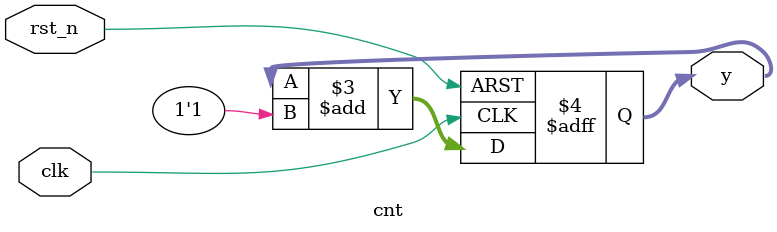
<source format=v>
module cnt (input clk,
            input rst_n,
            output reg [2:0] y);
    
    always @(posedge clk or negedge rst_n) begin
        if (rst_n == 1'b0)
            y <= 3'b1;
        else
        // TODO thie have a bug, not to work
            y <= y + 1'b1;
    end
endmodule

</source>
